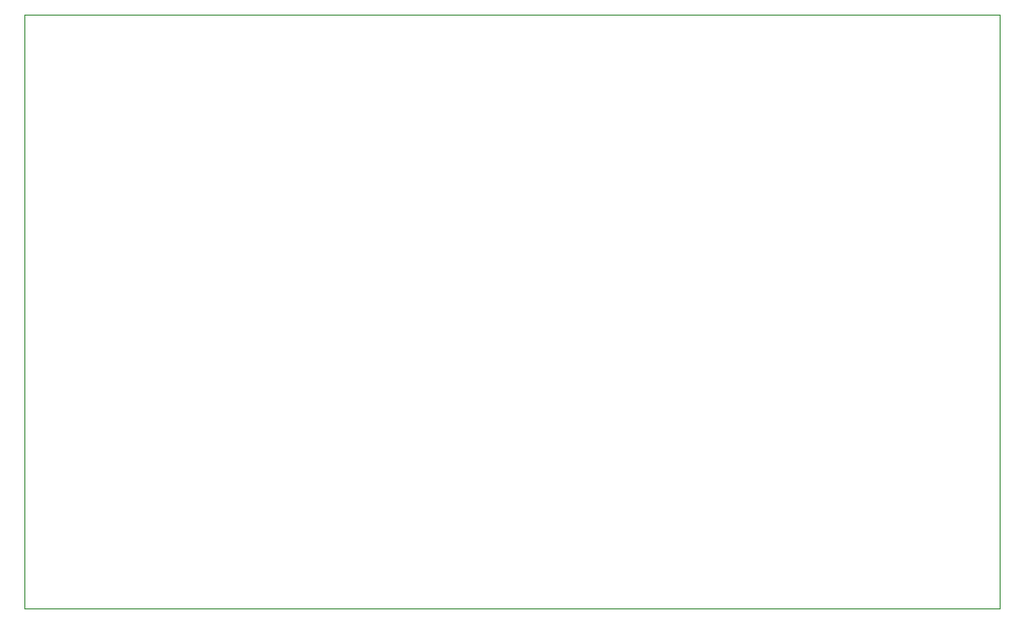
<source format=gm1>
%TF.GenerationSoftware,KiCad,Pcbnew,(5.1.6)-1*%
%TF.CreationDate,2021-10-31T23:30:24+01:00*%
%TF.ProjectId,LiPo_12_Driver,4c69506f-5f31-4325-9f44-72697665722e,rev?*%
%TF.SameCoordinates,Original*%
%TF.FileFunction,Profile,NP*%
%FSLAX46Y46*%
G04 Gerber Fmt 4.6, Leading zero omitted, Abs format (unit mm)*
G04 Created by KiCad (PCBNEW (5.1.6)-1) date 2021-10-31 23:30:24*
%MOMM*%
%LPD*%
G01*
G04 APERTURE LIST*
%TA.AperFunction,Profile*%
%ADD10C,0.050000*%
%TD*%
G04 APERTURE END LIST*
D10*
X98552000Y-126238000D02*
X98552000Y-92710000D01*
X183197500Y-126238000D02*
X98552000Y-126238000D01*
X183197500Y-74676000D02*
X183197500Y-126238000D01*
X98552000Y-74676000D02*
X183197500Y-74676000D01*
X98552000Y-92710000D02*
X98552000Y-74676000D01*
M02*

</source>
